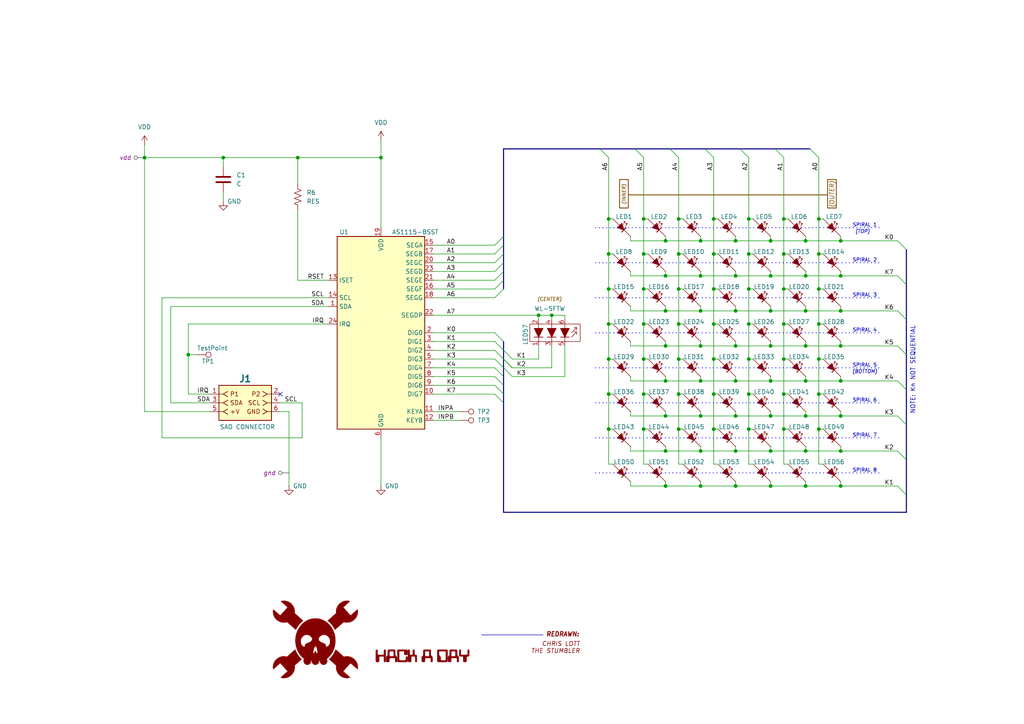
<source format=kicad_sch>
(kicad_sch (version 20231120) (generator "eeschema") (generator_version "8.0")
  (paper "A4")
  (title_block (title "SUPERCON 2024") (date "2024-11-10") (rev "A") (comment 1 "PETAL MATRIX REDRAWN") (comment 2 "SCHEMATIC") (comment 3 "AS-IS") (comment 4 "EN") (comment 5 "5") (comment 6 "6") (comment 7 "7") (comment 8 "8") (comment 9 "9"))
  (lib_symbols
    (symbol ".badge24:GND" (power) (pin_numbers hide) (pin_names (offset 0) hide)
      (property "Value" "GND" (at 0 -3.81 0))
      (symbol "GND_1_1"
        (pin power_in line (at 0 0 270) (length 0) (name "~") (number "1"))
      )
    )
    (symbol ".badge24:HACKADAY_LOGO" (pin_names (offset 1.016)))
    (symbol ".badge24:HACKADAY_TEXT" (pin_names (offset 1.016)))
    (symbol ".sao-petal:IO_JACK_F2x03B_SAO" (pin_names (offset 1.016) hide)
      (property "Reference" "J" (at -5.715 8.255 0))
      (property "Value" "IO_JACK_F2x03B_SAO" (at 10.16 -3.81 0))
      (symbol "IO_JACK_F2x03B_SAO_1_1"
        (text "+V" (at -4.445 0 0) (effects (font (size 1.27 1.27)) (justify left)))
        (text "GND" (at 4.445 0 0) (effects (font (size 1.27 1.27)) (justify right)))
        (text "P1" (at -4.445 5.08 0) (effects (font (size 1.27 1.27)) (justify left)))
        (text "P2" (at 4.445 5.08 0) (effects (font (size 1.27 1.27)) (justify right)))
        (text "SCL" (at 4.445 2.54 0) (effects (font (size 1.27 1.27)) (justify right)))
        (text "SDA" (at -4.445 2.54 0) (effects (font (size 1.27 1.27)) (justify left)))
        (pin passive line (at -10.16 5.08 0) (length 2.54) (name "~") (number "1"))
        (pin passive line (at 10.16 5.08 180) (length 2.54) (name "~") (number "2"))
        (pin passive line (at -10.16 2.54 0) (length 2.54) (name "~") (number "3"))
        (pin passive line (at 10.16 2.54 180) (length 2.54) (name "~") (number "4"))
        (pin passive line (at -10.16 0 0) (length 2.54) (name "~") (number "5"))
        (pin passive line (at 10.16 0 180) (length 2.54) (name "~") (number "6"))
      )
    )
    (symbol ".sao-petal:LED_45deg_SAO" (pin_numbers hide) (pin_names (offset 0) hide)
      (property "Reference" "LED" (at -1.27 2.54 0))
      (symbol "LED_45deg_SAO_1_1"
        (pin passive line (at -2.54 2.54 0) (length 0) (name "A") (number "1"))
        (pin passive line (at 2.54 -2.54 180) (length 0) (name "K") (number "2"))
      )
    )
    (symbol ".sao-petal:LED_6PLCC" (pin_names (offset 1.016) hide)
      (property "Reference" "D" (at -1.905 7.62 0))
      (symbol "LED_6PLCC_1_1"
        (pin passive line (at -3.81 3.81 0) (length 1.27) (name "K") (number "1"))
        (pin passive line (at 3.81 3.81 180) (length 1.27) (name "A") (number "2"))
        (pin passive line (at -3.81 0 0) (length 1.27) (name "K") (number "3"))
        (pin passive line (at 3.81 0 180) (length 1.27) (name "A") (number "4"))
        (pin passive line (at -3.81 -3.81 0) (length 1.27) (name "K") (number "5"))
        (pin passive line (at 3.81 -3.81 180) (length 1.27) (name "A") (number "6"))
      )
    )
    (symbol ".sao-petal:RES" (pin_numbers hide) (pin_names (offset 0))
      (property "Reference" "R" (at 2.54 0 90))
      (property "Value" "RES" (at -2.54 0 90))
      (symbol "RES_1_1"
        (pin passive line (at 0 3.81 270) (length 1.27) (name "~") (number "1"))
        (pin passive line (at 0 -3.81 90) (length 1.27) (name "~") (number "2"))
      )
    )
    (symbol ".sao-petal:TestPoint-SAO" (pin_numbers hide) (pin_names (offset 0.762) hide)
      (property "Reference" "TP" (at 0 6.858 0))
      (property "Value" "TestPoint" (at 0 5.08 0))
      (symbol "TestPoint-SAO_1_1"
        (pin passive line (at 0 0 90) (length 2.54) (name "1") (number "1"))
      )
    )
    (symbol ".sao-petal:VDD" (power) (pin_numbers hide) (pin_names (offset 0) hide)
      (property "Value" "VDD" (at 0 3.556 0))
      (symbol "VDD_1_1"
        (pin power_in line (at 0 0 90) (length 0) (name "~") (number "1"))
      )
    )
    (symbol "Device:C" (pin_numbers hide) (pin_names (offset 0.254))
      (property "Reference" "C" (at 0.635 2.54 0))
      (property "Value" "C" (at 0.635 -2.54 0))
      (symbol "C_1_1"
        (pin passive line (at 0 3.81 270) (length 2.794) (name "~") (number "1"))
        (pin passive line (at 0 -3.81 90) (length 2.794) (name "~") (number "2"))
      )
    )
    (symbol "Interface_Expansion:AS1115-BSST"
      (property "Reference" "U" (at -10.16 29.21 0))
      (property "Value" "AS1115-BSST" (at 2.54 29.21 0))
      (symbol "AS1115-BSST_1_1"
        (pin bidirectional line (at -15.24 7.62 0) (length 2.54) (name "SDA") (number "1"))
        (pin open_collector line (at 15.24 -17.78 180) (length 2.54) (name "DIG7") (number "10"))
        (pin open_collector line (at 15.24 -22.86 180) (length 2.54) (name "KEYA") (number "11"))
        (pin open_collector line (at 15.24 -25.4 180) (length 2.54) (name "KEYB") (number "12"))
        (pin passive line (at -15.24 15.24 0) (length 2.54) (name "ISET") (number "13"))
        (pin input line (at -15.24 10.16 0) (length 2.54) (name "SCL") (number "14"))
        (pin output line (at 15.24 25.4 180) (length 2.54) (name "SEGA") (number "15"))
        (pin output line (at 15.24 12.7 180) (length 2.54) (name "SEGF") (number "16"))
        (pin output line (at 15.24 22.86 180) (length 2.54) (name "SEGB") (number "17"))
        (pin output line (at 15.24 10.16 180) (length 2.54) (name "SEGG") (number "18"))
        (pin power_in line (at 0 30.48 270) (length 2.54) (name "VDD") (number "19"))
        (pin open_collector line (at 15.24 0 180) (length 2.54) (name "DIG0") (number "2"))
        (pin output line (at 15.24 20.32 180) (length 2.54) (name "SEGC") (number "20"))
        (pin output line (at 15.24 15.24 180) (length 2.54) (name "SEGE") (number "21"))
        (pin output line (at 15.24 5.08 180) (length 2.54) (name "SEGDP") (number "22"))
        (pin output line (at 15.24 17.78 180) (length 2.54) (name "SEGD") (number "23"))
        (pin open_collector line (at -15.24 2.54 0) (length 2.54) (name "IRQ") (number "24"))
        (pin open_collector line (at 15.24 -2.54 180) (length 2.54) (name "DIG1") (number "3"))
        (pin open_collector line (at 15.24 -5.08 180) (length 2.54) (name "DIG2") (number "4"))
        (pin open_collector line (at 15.24 -7.62 180) (length 2.54) (name "DIG3") (number "5"))
        (pin power_in line (at 0 -30.48 90) (length 2.54) (name "GND") (number "6"))
        (pin open_collector line (at 15.24 -10.16 180) (length 2.54) (name "DIG4") (number "7"))
        (pin open_collector line (at 15.24 -12.7 180) (length 2.54) (name "DIG5") (number "8"))
        (pin open_collector line (at 15.24 -15.24 180) (length 2.54) (name "DIG6") (number "9"))
      )
    )
  )
  (junction (at 233.68 120.65))
  (junction (at 193.04 100.33))
  (junction (at 41.91 45.72))
  (junction (at 227.33 124.46))
  (junction (at 243.84 130.81))
  (junction (at 227.33 114.3))
  (junction (at 237.49 63.5))
  (junction (at 207.01 63.5))
  (junction (at 196.85 73.66))
  (junction (at 196.85 114.3))
  (junction (at 176.53 83.82))
  (junction (at 243.84 140.97))
  (junction (at 186.69 63.5))
  (junction (at 160.02 91.44))
  (junction (at 243.84 90.17))
  (junction (at 193.04 120.65))
  (junction (at 203.2 110.49))
  (junction (at 243.84 80.01))
  (junction (at 233.68 69.85))
  (junction (at 223.52 69.85))
  (junction (at 196.85 83.82))
  (junction (at 227.33 93.98))
  (junction (at 217.17 114.3))
  (junction (at 217.17 93.98))
  (junction (at 233.68 90.17))
  (junction (at 223.52 120.65))
  (junction (at 213.36 110.49))
  (junction (at 243.84 110.49))
  (junction (at 213.36 80.01))
  (junction (at 207.01 114.3))
  (junction (at 213.36 120.65))
  (junction (at 223.52 80.01))
  (junction (at 213.36 90.17))
  (junction (at 193.04 130.81))
  (junction (at 237.49 114.3))
  (junction (at 217.17 124.46))
  (junction (at 176.53 63.5))
  (junction (at 223.52 130.81))
  (junction (at 223.52 90.17))
  (junction (at 213.36 69.85))
  (junction (at 207.01 93.98))
  (junction (at 186.69 114.3))
  (junction (at 207.01 73.66))
  (junction (at 156.21 91.44))
  (junction (at 237.49 73.66))
  (junction (at 243.84 69.85))
  (junction (at 86.36 45.72))
  (junction (at 217.17 63.5))
  (junction (at 176.53 114.3))
  (junction (at 207.01 104.14))
  (junction (at 196.85 124.46))
  (junction (at 176.53 73.66))
  (junction (at 186.69 93.98))
  (junction (at 233.68 130.81))
  (junction (at 207.01 83.82))
  (junction (at 223.52 110.49))
  (junction (at 217.17 83.82))
  (junction (at 193.04 140.97))
  (junction (at 186.69 104.14))
  (junction (at 227.33 83.82))
  (junction (at 233.68 80.01))
  (junction (at 110.49 45.72))
  (junction (at 237.49 124.46))
  (junction (at 203.2 130.81))
  (junction (at 186.69 73.66))
  (junction (at 54.61 102.87))
  (junction (at 207.01 124.46))
  (junction (at 233.68 100.33))
  (junction (at 237.49 104.14))
  (junction (at 203.2 140.97))
  (junction (at 217.17 73.66))
  (junction (at 213.36 100.33))
  (junction (at 223.52 100.33))
  (junction (at 176.53 104.14))
  (junction (at 176.53 93.98))
  (junction (at 193.04 69.85))
  (junction (at 237.49 93.98))
  (junction (at 243.84 100.33))
  (junction (at 196.85 93.98))
  (junction (at 243.84 120.65))
  (junction (at 227.33 73.66))
  (junction (at 203.2 100.33))
  (junction (at 213.36 130.81))
  (junction (at 193.04 80.01))
  (junction (at 193.04 110.49))
  (junction (at 196.85 63.5))
  (junction (at 203.2 80.01))
  (junction (at 203.2 90.17))
  (junction (at 176.53 124.46))
  (junction (at 186.69 83.82))
  (junction (at 233.68 110.49))
  (junction (at 196.85 104.14))
  (junction (at 203.2 120.65))
  (junction (at 213.36 140.97))
  (junction (at 237.49 83.82))
  (junction (at 233.68 140.97))
  (junction (at 64.77 45.72))
  (junction (at 193.04 90.17))
  (junction (at 186.69 124.46))
  (junction (at 223.52 140.97))
  (junction (at 227.33 63.5))
  (junction (at 217.17 104.14))
  (junction (at 203.2 69.85))
  (junction (at 227.33 104.14))
  (no_connect (at 81.28 114.3))
  (bus_entry (at 260.35 80.01) (size 2.54 2.54))
  (bus_entry (at 148.59 106.68) (size -2.54 -2.54))
  (bus_entry (at 143.51 96.52) (size 2.54 2.54))
  (bus_entry (at 260.35 130.81) (size 2.54 2.54))
  (bus_entry (at 260.35 110.49) (size 2.54 2.54))
  (bus_entry (at 184.15 43.18) (size 2.54 2.54))
  (bus_entry (at 204.47 43.18) (size 2.54 2.54))
  (bus_entry (at 143.51 73.66) (size 2.54 -2.54))
  (bus_entry (at 143.51 109.22) (size 2.54 2.54))
  (bus_entry (at 194.31 43.18) (size 2.54 2.54))
  (bus_entry (at 143.51 76.2) (size 2.54 -2.54))
  (bus_entry (at 143.51 106.68) (size 2.54 2.54))
  (bus_entry (at 148.59 109.22) (size -2.54 -2.54))
  (bus_entry (at 143.51 78.74) (size 2.54 -2.54))
  (bus_entry (at 143.51 111.76) (size 2.54 2.54))
  (bus_entry (at 173.99 43.18) (size 2.54 2.54))
  (bus_entry (at 143.51 86.36) (size 2.54 -2.54))
  (bus_entry (at 143.51 83.82) (size 2.54 -2.54))
  (bus_entry (at 143.51 101.6) (size 2.54 2.54))
  (bus_entry (at 260.35 120.65) (size 2.54 2.54))
  (bus_entry (at 234.95 43.18) (size 2.54 2.54))
  (bus_entry (at 143.51 104.14) (size 2.54 2.54))
  (bus_entry (at 260.35 100.33) (size 2.54 2.54))
  (bus_entry (at 224.79 43.18) (size 2.54 2.54))
  (bus_entry (at 143.51 99.06) (size 2.54 2.54))
  (bus_entry (at 143.51 71.12) (size 2.54 -2.54))
  (bus_entry (at 143.51 81.28) (size 2.54 -2.54))
  (bus_entry (at 260.35 69.85) (size 2.54 2.54))
  (bus_entry (at 148.59 106.68) (size -2.54 -2.54))
  (bus_entry (at 148.59 104.14) (size -2.54 -2.54))
  (bus_entry (at 143.51 114.3) (size 2.54 2.54))
  (bus_entry (at 214.63 43.18) (size 2.54 2.54))
  (bus_entry (at 260.35 90.17) (size 2.54 2.54))
  (bus_entry (at 260.35 140.97) (size 2.54 2.54))
  (wire (pts (xy 237.49 124.46) (xy 237.49 134.62)))
  (wire (pts (xy 125.73 101.6) (xy 143.51 101.6)))
  (wire (pts (xy 186.69 124.46) (xy 186.69 134.62)))
  (wire (pts (xy 182.88 120.65) (xy 193.04 120.65)))
  (wire (pts (xy 237.49 45.72) (xy 237.49 63.5)))
  (wire (pts (xy 163.83 100.33) (xy 163.83 109.22)))
  (wire (pts (xy 176.53 83.82) (xy 176.53 93.98)))
  (wire (pts (xy 176.53 83.82) (xy 177.8 83.82)))
  (wire (pts (xy 182.88 90.17) (xy 182.88 88.9)))
  (wire (pts (xy 207.01 104.14) (xy 208.28 104.14)))
  (polyline (pts (xy 172.72 86.36) (xy 255.27 86.36)) (stroke (width 0.254) (type dot) (color 0 0 255 1)))
  (wire (pts (xy 41.91 119.38) (xy 60.96 119.38)))
  (wire (pts (xy 182.88 80.01) (xy 182.88 78.74)))
  (wire (pts (xy 223.52 110.49) (xy 233.68 110.49)))
  (wire (pts (xy 186.69 124.46) (xy 187.96 124.46)))
  (wire (pts (xy 237.49 93.98) (xy 238.76 93.98)))
  (wire (pts (xy 237.49 63.5) (xy 238.76 63.5)))
  (wire (pts (xy 243.84 110.49) (xy 260.35 110.49)))
  (wire (pts (xy 186.69 93.98) (xy 186.69 104.14)))
  (wire (pts (xy 227.33 104.14) (xy 228.6 104.14)))
  (wire (pts (xy 186.69 134.62) (xy 187.96 134.62)))
  (wire (pts (xy 217.17 63.5) (xy 217.17 73.66)))
  (wire (pts (xy 196.85 45.72) (xy 196.85 63.5)))
  (wire (pts (xy 227.33 93.98) (xy 228.6 93.98)))
  (polyline (pts (xy 172.72 116.84) (xy 255.27 116.84)) (stroke (width 0.254) (type dot) (color 0 0 255 1)))
  (wire (pts (xy 213.36 69.85) (xy 223.52 69.85)))
  (bus (pts (xy 146.05 43.18) (xy 173.99 43.18)))
  (wire (pts (xy 182.88 69.85) (xy 193.04 69.85)))
  (wire (pts (xy 213.36 90.17) (xy 213.36 88.9)))
  (bus (pts (xy 194.31 43.18) (xy 204.47 43.18)))
  (wire (pts (xy 223.52 69.85) (xy 233.68 69.85)))
  (wire (pts (xy 207.01 93.98) (xy 207.01 104.14)))
  (polyline (pts (xy 172.72 127) (xy 255.27 127)) (stroke (width 0.254) (type dot) (color 0 0 255 1)))
  (wire (pts (xy 182.88 130.81) (xy 193.04 130.81)))
  (wire (pts (xy 176.53 63.5) (xy 176.53 73.66)))
  (wire (pts (xy 176.53 45.72) (xy 176.53 63.5)))
  (wire (pts (xy 125.73 81.28) (xy 143.51 81.28)))
  (wire (pts (xy 176.53 73.66) (xy 177.8 73.66)))
  (wire (pts (xy 203.2 120.65) (xy 203.2 119.38)))
  (wire (pts (xy 186.69 104.14) (xy 186.69 114.3)))
  (wire (pts (xy 193.04 130.81) (xy 203.2 130.81)))
  (wire (pts (xy 213.36 80.01) (xy 213.36 78.74)))
  (wire (pts (xy 186.69 63.5) (xy 187.96 63.5)))
  (wire (pts (xy 176.53 63.5) (xy 177.8 63.5)))
  (wire (pts (xy 196.85 134.62) (xy 198.12 134.62)))
  (wire (pts (xy 186.69 83.82) (xy 186.69 93.98)))
  (wire (pts (xy 213.36 100.33) (xy 213.36 99.06)))
  (wire (pts (xy 223.52 110.49) (xy 223.52 109.22)))
  (wire (pts (xy 203.2 100.33) (xy 203.2 99.06)))
  (wire (pts (xy 125.73 106.68) (xy 143.51 106.68)))
  (wire (pts (xy 213.36 110.49) (xy 223.52 110.49)))
  (wire (pts (xy 227.33 45.72) (xy 227.33 63.5)))
  (wire (pts (xy 193.04 120.65) (xy 193.04 119.38)))
  (wire (pts (xy 227.33 93.98) (xy 227.33 104.14)))
  (wire (pts (xy 243.84 80.01) (xy 260.35 80.01)))
  (wire (pts (xy 237.49 63.5) (xy 237.49 73.66)))
  (wire (pts (xy 243.84 130.81) (xy 260.35 130.81)))
  (wire (pts (xy 207.01 83.82) (xy 208.28 83.82)))
  (wire (pts (xy 217.17 45.72) (xy 217.17 63.5)))
  (wire (pts (xy 176.53 104.14) (xy 177.8 104.14)))
  (bus (pts (xy 262.89 123.19) (xy 262.89 133.35)))
  (wire (pts (xy 223.52 80.01) (xy 223.52 78.74)))
  (wire (pts (xy 125.73 73.66) (xy 143.51 73.66)))
  (wire (pts (xy 213.36 140.97) (xy 223.52 140.97)))
  (wire (pts (xy 193.04 120.65) (xy 203.2 120.65)))
  (bus (pts (xy 262.89 72.39) (xy 262.89 82.55)))
  (wire (pts (xy 207.01 124.46) (xy 207.01 134.62)))
  (wire (pts (xy 217.17 83.82) (xy 218.44 83.82)))
  (wire (pts (xy 203.2 140.97) (xy 213.36 140.97)))
  (wire (pts (xy 223.52 130.81) (xy 223.52 129.54)))
  (wire (pts (xy 176.53 134.62) (xy 177.8 134.62)))
  (wire (pts (xy 227.33 104.14) (xy 227.33 114.3)))
  (wire (pts (xy 176.53 73.66) (xy 176.53 83.82)))
  (wire (pts (xy 203.2 80.01) (xy 213.36 80.01)))
  (wire (pts (xy 233.68 100.33) (xy 243.84 100.33)))
  (bus (pts (xy 146.05 111.76) (xy 146.05 114.3)))
  (wire (pts (xy 186.69 73.66) (xy 187.96 73.66)))
  (wire (pts (xy 125.73 111.76) (xy 143.51 111.76)))
  (wire (pts (xy 46.99 86.36) (xy 46.99 127)))
  (wire (pts (xy 196.85 73.66) (xy 198.12 73.66)))
  (wire (pts (xy 176.53 114.3) (xy 177.8 114.3)))
  (wire (pts (xy 196.85 83.82) (xy 196.85 93.98)))
  (wire (pts (xy 207.01 73.66) (xy 207.01 83.82)))
  (wire (pts (xy 237.49 134.62) (xy 238.76 134.62)))
  (wire (pts (xy 160.02 91.44) (xy 160.02 92.71)))
  (wire (pts (xy 176.53 104.14) (xy 176.53 114.3)))
  (wire (pts (xy 233.68 80.01) (xy 243.84 80.01)))
  (wire (pts (xy 182.88 110.49) (xy 182.88 109.22)))
  (polyline (pts (xy 139.7 184.15) (xy 157.48 184.15)))
  (wire (pts (xy 125.73 86.36) (xy 143.51 86.36)))
  (wire (pts (xy 243.84 120.65) (xy 243.84 119.38)))
  (wire (pts (xy 49.53 88.9) (xy 95.25 88.9)))
  (wire (pts (xy 207.01 73.66) (xy 208.28 73.66)))
  (wire (pts (xy 160.02 91.44) (xy 156.21 91.44)))
  (wire (pts (xy 186.69 83.82) (xy 187.96 83.82)))
  (wire (pts (xy 186.69 73.66) (xy 186.69 83.82)))
  (wire (pts (xy 46.99 127) (xy 87.63 127)))
  (wire (pts (xy 64.77 55.88) (xy 64.77 58.42)))
  (wire (pts (xy 233.68 110.49) (xy 243.84 110.49)))
  (wire (pts (xy 182.88 140.97) (xy 182.88 139.7)))
  (wire (pts (xy 227.33 83.82) (xy 228.6 83.82)))
  (wire (pts (xy 49.53 88.9) (xy 49.53 116.84)))
  (wire (pts (xy 125.73 104.14) (xy 143.51 104.14)))
  (wire (pts (xy 196.85 104.14) (xy 196.85 114.3)))
  (wire (pts (xy 176.53 124.46) (xy 177.8 124.46)))
  (wire (pts (xy 81.28 119.38) (xy 83.82 119.38)))
  (wire (pts (xy 213.36 130.81) (xy 213.36 129.54)))
  (wire (pts (xy 176.53 124.46) (xy 176.53 134.62)))
  (wire (pts (xy 217.17 93.98) (xy 218.44 93.98)))
  (bus (pts (xy 146.05 76.2) (xy 146.05 78.74)))
  (wire (pts (xy 196.85 124.46) (xy 196.85 134.62)))
  (wire (pts (xy 203.2 130.81) (xy 203.2 129.54)))
  (wire (pts (xy 110.49 40.64) (xy 110.49 45.72)))
  (wire (pts (xy 233.68 130.81) (xy 233.68 129.54)))
  (wire (pts (xy 95.25 81.28) (xy 86.36 81.28)))
  (bus (pts (xy 146.05 111.76) (xy 146.05 109.22)))
  (wire (pts (xy 213.36 90.17) (xy 223.52 90.17)))
  (wire (pts (xy 237.49 104.14) (xy 237.49 114.3)))
  (wire (pts (xy 186.69 93.98) (xy 187.96 93.98)))
  (wire (pts (xy 193.04 110.49) (xy 203.2 110.49)))
  (wire (pts (xy 227.33 124.46) (xy 228.6 124.46)))
  (wire (pts (xy 233.68 80.01) (xy 233.68 78.74)))
  (bus (pts (xy 146.05 78.74) (xy 146.05 81.28)))
  (wire (pts (xy 227.33 63.5) (xy 227.33 73.66)))
  (wire (pts (xy 193.04 90.17) (xy 203.2 90.17)))
  (wire (pts (xy 203.2 130.81) (xy 213.36 130.81)))
  (wire (pts (xy 223.52 80.01) (xy 233.68 80.01)))
  (wire (pts (xy 125.73 99.06) (xy 143.51 99.06)))
  (bus (pts (xy 146.05 148.59) (xy 262.89 148.59)))
  (bus (pts (xy 173.99 43.18) (xy 184.15 43.18)))
  (wire (pts (xy 193.04 140.97) (xy 203.2 140.97)))
  (wire (pts (xy 125.73 96.52) (xy 143.51 96.52)))
  (polyline (pts (xy 172.72 96.52) (xy 255.27 96.52)) (stroke (width 0.254) (type dot) (color 0 0 255 1)))
  (wire (pts (xy 237.49 93.98) (xy 237.49 104.14)))
  (bus (pts (xy 262.89 113.03) (xy 262.89 123.19)))
  (wire (pts (xy 217.17 63.5) (xy 218.44 63.5)))
  (wire (pts (xy 207.01 63.5) (xy 207.01 73.66)))
  (bus (pts (xy 262.89 143.51) (xy 262.89 148.59)))
  (wire (pts (xy 213.36 120.65) (xy 223.52 120.65)))
  (wire (pts (xy 227.33 134.62) (xy 228.6 134.62)))
  (wire (pts (xy 125.73 109.22) (xy 143.51 109.22)))
  (polyline (pts (xy 246.38 66.04) (xy 255.27 66.04)) (stroke (width 0.254) (type dot) (color 0 0 255 1)))
  (wire (pts (xy 203.2 140.97) (xy 203.2 139.7)))
  (wire (pts (xy 223.52 130.81) (xy 233.68 130.81)))
  (wire (pts (xy 233.68 140.97) (xy 243.84 140.97)))
  (wire (pts (xy 233.68 90.17) (xy 243.84 90.17)))
  (bus (pts (xy 204.47 43.18) (xy 214.63 43.18)))
  (wire (pts (xy 186.69 45.72) (xy 186.69 63.5)))
  (wire (pts (xy 203.2 110.49) (xy 203.2 109.22)))
  (wire (pts (xy 223.52 120.65) (xy 233.68 120.65)))
  (bus (pts (xy 146.05 68.58) (xy 146.05 71.12)))
  (wire (pts (xy 125.73 71.12) (xy 143.51 71.12)))
  (wire (pts (xy 46.99 86.36) (xy 95.25 86.36)))
  (bus (pts (xy 214.63 43.18) (xy 224.79 43.18)))
  (wire (pts (xy 203.2 110.49) (xy 213.36 110.49)))
  (wire (pts (xy 160.02 91.44) (xy 163.83 91.44)))
  (wire (pts (xy 193.04 100.33) (xy 193.04 99.06)))
  (wire (pts (xy 243.84 130.81) (xy 243.84 129.54)))
  (wire (pts (xy 213.36 140.97) (xy 213.36 139.7)))
  (wire (pts (xy 64.77 45.72) (xy 86.36 45.72)))
  (bus (pts (xy 146.05 43.18) (xy 146.05 68.58)))
  (wire (pts (xy 86.36 60.96) (xy 86.36 81.28)))
  (wire (pts (xy 223.52 90.17) (xy 233.68 90.17)))
  (wire (pts (xy 54.61 102.87) (xy 54.61 93.98)))
  (wire (pts (xy 203.2 90.17) (xy 203.2 88.9)))
  (wire (pts (xy 193.04 110.49) (xy 193.04 109.22)))
  (wire (pts (xy 217.17 73.66) (xy 217.17 83.82)))
  (wire (pts (xy 196.85 114.3) (xy 198.12 114.3)))
  (wire (pts (xy 182.88 100.33) (xy 193.04 100.33)))
  (wire (pts (xy 203.2 80.01) (xy 203.2 78.74)))
  (wire (pts (xy 176.53 114.3) (xy 176.53 124.46)))
  (wire (pts (xy 243.84 110.49) (xy 243.84 109.22)))
  (wire (pts (xy 217.17 93.98) (xy 217.17 104.14)))
  (wire (pts (xy 54.61 93.98) (xy 95.25 93.98)))
  (wire (pts (xy 233.68 69.85) (xy 233.68 68.58)))
  (wire (pts (xy 182.88 100.33) (xy 182.88 99.06)))
  (bus (pts (xy 146.05 106.68) (xy 146.05 104.14)))
  (wire (pts (xy 182.88 140.97) (xy 193.04 140.97)))
  (bus (pts (xy 224.79 43.18) (xy 234.95 43.18)))
  (wire (pts (xy 125.73 114.3) (xy 143.51 114.3)))
  (wire (pts (xy 227.33 73.66) (xy 228.6 73.66)))
  (wire (pts (xy 213.36 69.85) (xy 213.36 68.58)))
  (wire (pts (xy 54.61 114.3) (xy 54.61 102.87)))
  (wire (pts (xy 213.36 80.01) (xy 223.52 80.01)))
  (wire (pts (xy 203.2 69.85) (xy 213.36 69.85)))
  (wire (pts (xy 207.01 124.46) (xy 208.28 124.46)))
  (wire (pts (xy 227.33 114.3) (xy 227.33 124.46)))
  (wire (pts (xy 237.49 83.82) (xy 237.49 93.98)))
  (wire (pts (xy 213.36 120.65) (xy 213.36 119.38)))
  (polyline (pts (xy 172.72 106.68) (xy 255.27 106.68)) (stroke (width 0.254) (type dot) (color 0 0 255 1)))
  (wire (pts (xy 223.52 100.33) (xy 223.52 99.06)))
  (wire (pts (xy 243.84 69.85) (xy 260.35 69.85)))
  (wire (pts (xy 176.53 93.98) (xy 177.8 93.98)))
  (wire (pts (xy 233.68 69.85) (xy 243.84 69.85)))
  (wire (pts (xy 223.52 90.17) (xy 223.52 88.9)))
  (wire (pts (xy 125.73 76.2) (xy 143.51 76.2)))
  (wire (pts (xy 223.52 69.85) (xy 223.52 68.58)))
  (wire (pts (xy 193.04 69.85) (xy 193.04 68.58)))
  (wire (pts (xy 237.49 73.66) (xy 238.76 73.66)))
  (wire (pts (xy 217.17 83.82) (xy 217.17 93.98)))
  (wire (pts (xy 196.85 63.5) (xy 198.12 63.5)))
  (wire (pts (xy 217.17 104.14) (xy 218.44 104.14)))
  (wire (pts (xy 233.68 140.97) (xy 233.68 139.7)))
  (wire (pts (xy 186.69 63.5) (xy 186.69 73.66)))
  (wire (pts (xy 227.33 73.66) (xy 227.33 83.82)))
  (polyline (pts (xy 172.72 137.16) (xy 255.27 137.16)) (stroke (width 0.254) (type dot) (color 0 0 255 1)))
  (wire (pts (xy 207.01 134.62) (xy 208.28 134.62)))
  (wire (pts (xy 203.2 90.17) (xy 213.36 90.17)))
  (wire (pts (xy 110.49 127) (xy 110.49 140.97)))
  (wire (pts (xy 176.53 93.98) (xy 176.53 104.14)))
  (wire (pts (xy 217.17 114.3) (xy 218.44 114.3)))
  (wire (pts (xy 217.17 124.46) (xy 217.17 134.62)))
  (wire (pts (xy 148.59 109.22) (xy 163.83 109.22)))
  (wire (pts (xy 207.01 114.3) (xy 208.28 114.3)))
  (wire (pts (xy 193.04 140.97) (xy 193.04 139.7)))
  (bus (pts (xy 146.05 114.3) (xy 146.05 116.84)))
  (wire (pts (xy 148.59 104.14) (xy 156.21 104.14)))
  (wire (pts (xy 49.53 116.84) (xy 60.96 116.84)))
  (wire (pts (xy 203.2 120.65) (xy 213.36 120.65)))
  (wire (pts (xy 217.17 124.46) (xy 218.44 124.46)))
  (wire (pts (xy 193.04 80.01) (xy 193.04 78.74)))
  (wire (pts (xy 203.2 69.85) (xy 203.2 68.58)))
  (wire (pts (xy 227.33 124.46) (xy 227.33 134.62)))
  (wire (pts (xy 87.63 116.84) (xy 81.28 116.84)))
  (wire (pts (xy 233.68 110.49) (xy 233.68 109.22)))
  (wire (pts (xy 83.82 119.38) (xy 83.82 140.97)))
  (wire (pts (xy 213.36 100.33) (xy 223.52 100.33)))
  (wire (pts (xy 41.91 45.72) (xy 64.77 45.72)))
  (wire (pts (xy 233.68 130.81) (xy 243.84 130.81)))
  (wire (pts (xy 156.21 91.44) (xy 156.21 92.71)))
  (wire (pts (xy 148.59 106.68) (xy 160.02 106.68)))
  (wire (pts (xy 233.68 120.65) (xy 243.84 120.65)))
  (wire (pts (xy 233.68 90.17) (xy 233.68 88.9)))
  (wire (pts (xy 186.69 114.3) (xy 187.96 114.3)))
  (wire (pts (xy 217.17 73.66) (xy 218.44 73.66)))
  (wire (pts (xy 193.04 90.17) (xy 193.04 88.9)))
  (polyline (pts (xy 172.72 66.04) (xy 246.38 66.04)) (stroke (width 0.254) (type dot) (color 0 0 255 1)))
  (wire (pts (xy 193.04 80.01) (xy 203.2 80.01)))
  (bus (pts (xy 146.05 116.84) (xy 146.05 148.59)))
  (wire (pts (xy 125.73 78.74) (xy 143.51 78.74)))
  (wire (pts (xy 237.49 83.82) (xy 238.76 83.82)))
  (wire (pts (xy 217.17 114.3) (xy 217.17 124.46)))
  (wire (pts (xy 243.84 80.01) (xy 243.84 78.74)))
  (bus (pts (xy 146.05 81.28) (xy 146.05 83.82)))
  (bus (pts (xy 146.05 73.66) (xy 146.05 76.2)))
  (wire (pts (xy 193.04 69.85) (xy 203.2 69.85)))
  (wire (pts (xy 203.2 100.33) (xy 213.36 100.33)))
  (wire (pts (xy 243.84 120.65) (xy 260.35 120.65)))
  (wire (pts (xy 182.88 69.85) (xy 182.88 68.58)))
  (wire (pts (xy 227.33 63.5) (xy 228.6 63.5)))
  (bus (pts (xy 262.89 92.71) (xy 262.89 102.87)))
  (wire (pts (xy 125.73 121.92) (xy 133.35 121.92)))
  (wire (pts (xy 233.68 100.33) (xy 233.68 99.06)))
  (wire (pts (xy 60.96 114.3) (xy 54.61 114.3)))
  (wire (pts (xy 223.52 140.97) (xy 233.68 140.97)))
  (wire (pts (xy 207.01 114.3) (xy 207.01 124.46)))
  (wire (pts (xy 125.73 83.82) (xy 143.51 83.82)))
  (wire (pts (xy 196.85 114.3) (xy 196.85 124.46)))
  (wire (pts (xy 196.85 83.82) (xy 198.12 83.82)))
  (bus (pts (xy 146.05 71.12) (xy 146.05 73.66)))
  (wire (pts (xy 110.49 45.72) (xy 110.49 66.04)))
  (wire (pts (xy 213.36 130.81) (xy 223.52 130.81)))
  (wire (pts (xy 182.88 120.65) (xy 182.88 119.38)))
  (wire (pts (xy 186.69 114.3) (xy 186.69 124.46)))
  (wire (pts (xy 196.85 93.98) (xy 196.85 104.14)))
  (wire (pts (xy 217.17 134.62) (xy 218.44 134.62)))
  (wire (pts (xy 243.84 90.17) (xy 243.84 88.9)))
  (wire (pts (xy 243.84 100.33) (xy 243.84 99.06)))
  (wire (pts (xy 163.83 91.44) (xy 163.83 92.71)))
  (wire (pts (xy 193.04 130.81) (xy 193.04 129.54)))
  (bus (pts (xy 262.89 82.55) (xy 262.89 92.71)))
  (polyline (pts (xy 182.245 56.515) (xy 240.03 56.515)) (stroke (width 0.254) (type solid) (color 128 77 0 0.5)))
  (wire (pts (xy 213.36 110.49) (xy 213.36 109.22)))
  (wire (pts (xy 182.88 80.01) (xy 193.04 80.01)))
  (bus (pts (xy 262.89 102.87) (xy 262.89 113.03)))
  (wire (pts (xy 237.49 73.66) (xy 237.49 83.82)))
  (wire (pts (xy 233.68 120.65) (xy 233.68 119.38)))
  (wire (pts (xy 243.84 140.97) (xy 260.35 140.97)))
  (wire (pts (xy 64.77 48.26) (xy 64.77 45.72)))
  (wire (pts (xy 182.88 130.81) (xy 182.88 129.54)))
  (wire (pts (xy 207.01 93.98) (xy 208.28 93.98)))
  (wire (pts (xy 237.49 104.14) (xy 238.76 104.14)))
  (wire (pts (xy 237.49 124.46) (xy 238.76 124.46)))
  (wire (pts (xy 196.85 124.46) (xy 198.12 124.46)))
  (wire (pts (xy 207.01 45.72) (xy 207.01 63.5)))
  (wire (pts (xy 182.88 90.17) (xy 193.04 90.17)))
  (wire (pts (xy 160.02 100.33) (xy 160.02 106.68)))
  (bus (pts (xy 184.15 43.18) (xy 194.31 43.18)))
  (wire (pts (xy 207.01 104.14) (xy 207.01 114.3)))
  (bus (pts (xy 146.05 101.6) (xy 146.05 99.06)))
  (wire (pts (xy 87.63 127) (xy 87.63 116.84)))
  (wire (pts (xy 86.36 45.72) (xy 110.49 45.72)))
  (wire (pts (xy 182.88 110.49) (xy 193.04 110.49)))
  (wire (pts (xy 156.21 100.33) (xy 156.21 104.14)))
  (polyline (pts (xy 172.72 76.2) (xy 255.27 76.2)) (stroke (width 0.254) (type dot) (color 0 0 255 1)))
  (wire (pts (xy 243.84 69.85) (xy 243.84 68.58)))
  (wire (pts (xy 243.84 140.97) (xy 243.84 139.7)))
  (wire (pts (xy 217.17 104.14) (xy 217.17 114.3)))
  (wire (pts (xy 196.85 73.66) (xy 196.85 83.82)))
  (wire (pts (xy 223.52 120.65) (xy 223.52 119.38)))
  (bus (pts (xy 262.89 133.35) (xy 262.89 143.51)))
  (wire (pts (xy 125.73 119.38) (xy 133.35 119.38)))
  (wire (pts (xy 193.04 100.33) (xy 203.2 100.33)))
  (wire (pts (xy 227.33 114.3) (xy 228.6 114.3)))
  (wire (pts (xy 196.85 93.98) (xy 198.12 93.98)))
  (wire (pts (xy 223.52 100.33) (xy 233.68 100.33)))
  (wire (pts (xy 243.84 100.33) (xy 260.35 100.33)))
  (wire (pts (xy 186.69 104.14) (xy 187.96 104.14)))
  (wire (pts (xy 243.84 90.17) (xy 260.35 90.17)))
  (wire (pts (xy 207.01 83.82) (xy 207.01 93.98)))
  (wire (pts (xy 196.85 63.5) (xy 196.85 73.66)))
  (wire (pts (xy 227.33 83.82) (xy 227.33 93.98)))
  (wire (pts (xy 223.52 140.97) (xy 223.52 139.7)))
  (wire (pts (xy 237.49 114.3) (xy 238.76 114.3)))
  (bus (pts (xy 146.05 104.14) (xy 146.05 101.6)))
  (wire (pts (xy 196.85 104.14) (xy 198.12 104.14)))
  (wire (pts (xy 41.91 45.72) (xy 41.91 119.38)))
  (wire (pts (xy 125.73 91.44) (xy 156.21 91.44)))
  (wire (pts (xy 41.91 41.91) (xy 41.91 45.72)))
  (bus (pts (xy 146.05 109.22) (xy 146.05 106.68)))
  (wire (pts (xy 86.36 45.72) (xy 86.36 53.34)))
  (wire (pts (xy 54.61 102.87) (xy 57.15 102.87)))
  (wire (pts (xy 237.49 114.3) (xy 237.49 124.46)))
  (wire (pts (xy 207.01 63.5) (xy 208.28 63.5)))
  (rectangle (start 240.03 52.07) (end 242.57 60.325) (stroke (width 0.254) (color 128 77 0 0.51)))
  (rectangle (start 179.705 52.07) (end 182.245 60.325) (stroke (width 0.254) (color 128 77 0 0.51)))
  (text "NOTE: Kn NOT SEQUENTIAL" (at 264.795 107.315 90) (effects (font (size 1.27 1.27))))
  (text "REDRAWN:" (at 163.195 184.15 0) (effects (font (size 1.27 1.27) (thickness 0.254) (bold yes) (italic yes))))
  (text "SPIRAL 6" (at 250.825 116.205 0) (effects (font (size 1.016 1.016))))
  (text "SPIRAL 3" (at 250.825 85.725 0) (effects (font (size 1.016 1.016))))
  (text "(BOTTOM)" (at 250.825 107.95 0) (effects (font (size 1.016 1.016) (italic yes))))
  (text "SPIRAL 5" (at 250.825 106.045 0) (effects (font (size 1.016 1.016))))
  (text "SPIRAL 7" (at 250.825 126.365 0) (effects (font (size 1.016 1.016))))
  (text "(INNER)" (at 180.975 56.515 90) (effects (font (size 1.016 1.016) (italic yes))))
  (text "(TOP)" (at 250.19 67.31 0) (effects (font (size 1.016 1.016) (italic yes))))
  (text "SPIRAL 1" (at 250.825 65.405 0) (effects (font (size 1.016 1.016))))
  (text "(CENTER)" (at 159.385 86.995 0) (effects (font (size 1.016 1.016) (italic yes))))
  (text "(OUTER)" (at 241.3 56.515 90) (effects (font (size 1.27 1.27) (italic yes))))
  (text "CHRIS LOTT\nTHE STUMBLER" (at 168.275 187.96 0) (effects (font (size 1.27 1.27) (italic yes)) (justify right)))
  (text "SPIRAL 8" (at 250.825 136.525 0) (effects (font (size 1.016 1.016))))
  (text "SPIRAL 2" (at 250.825 75.565 0) (effects (font (size 1.016 1.016))))
  (text "SPIRAL 4" (at 250.825 95.885 0) (effects (font (size 1.016 1.016))))
  (label "K5" (at 256.54 100.33 0))
  (label "K7" (at 129.54 114.3 0))
  (label "A3" (at 129.54 78.74 0))
  (label "K4" (at 256.54 110.49 0))
  (label "A5" (at 129.54 83.82 0))
  (label "K2" (at 256.54 130.81 0))
  (label "INPA" (at 127 119.38 0))
  (label "INPB" (at 127 121.92 0))
  (label "A3" (at 207.01 49.53 90))
  (label "A0" (at 129.54 71.12 0))
  (label "K2" (at 149.86 106.68 0))
  (label "K1" (at 256.54 140.97 0))
  (label "SDA" (at 93.98 88.9 180))
  (label "A2" (at 129.54 76.2 0))
  (label "SCL" (at 82.55 116.84 0))
  (label "K2" (at 129.54 101.6 0))
  (label "K1" (at 149.86 104.14 0))
  (label "A2" (at 217.17 49.53 90))
  (label "A4" (at 196.85 49.53 90))
  (label "IRQ" (at 93.98 93.98 180))
  (label "A7" (at 129.54 91.44 0))
  (label "K6" (at 129.54 111.76 0))
  (label "K3" (at 129.54 104.14 0))
  (label "A5" (at 186.69 49.53 90))
  (label "A1" (at 129.54 73.66 0))
  (label "IRQ" (at 57.15 114.3 0))
  (label "SDA" (at 57.15 116.84 0))
  (label "K3" (at 256.54 120.65 0))
  (label "A6" (at 129.54 86.36 0))
  (label "K5" (at 129.54 109.22 0))
  (label "A6" (at 176.53 49.53 90))
  (label "K4" (at 129.54 106.68 0))
  (label "K3" (at 149.86 109.22 0))
  (label "RSET" (at 93.98 81.28 180))
  (label "SCL" (at 93.98 86.36 180))
  (label "K1" (at 129.54 99.06 0))
  (label "A4" (at 129.54 81.28 0))
  (label "K0" (at 256.54 69.85 0))
  (label "K0" (at 129.54 96.52 0))
  (label "A0" (at 237.49 49.53 90))
  (label "A1" (at 227.33 49.53 90))
  (label "K6" (at 256.54 90.17 0))
  (label "K7" (at 256.54 80.01 0))
  (netclass_flag "" (length 2.54) (shape round) (at 83.82 137.16 90) (property "Netclass" "gnd" (at 80.01 137.16 0) (effects (font (italic yes)) (justify right))))
  (netclass_flag "" (length 2.54) (shape round) (at 41.91 45.72 90) (property "Netclass" "vdd" (at 38.1 45.72 0) (effects (font (italic yes)) (justify right))))
  (symbol (lib_id ".sao-petal:IO_JACK_F2x03B_SAO") (at 71.12 119.38 0) (unit 1)
    (property "Reference" "J1" (at 71.12 109.855 0) (effects (font (size 1.905 1.905) (thickness 0.381) (bold yes))))
    (property "Value" "SAO CONNECTOR" (at 71.755 123.825 0))
    (property "Footprint" ".sao-petal:SAO_PIN_HEADER_2x03" (effects (hide yes)))
  )
  (symbol (lib_id ".sao-petal:TestPoint-SAO") (at 133.35 119.38 270) (unit 1)
    (property "Reference" "TP2" (at 140.335 119.38 90))
    (property "Value" "TestPoint" (effects (hide yes)))
    (property "Footprint" ".sao-petal:TestPoint_Plated_Hole-SAO" (effects (hide yes)))
    (property "Description" "test point" (effects (hide yes)))
  )
  (symbol (lib_id ".sao-petal:LED_45deg_SAO") (at 180.34 106.68 0) (unit 1)
    (property "Reference" "LED29" (at 180.975 103.505 0))
    (property "Value" "LED45" (effects (hide yes)))
    (property "Footprint" ".sao-petal:LED_0603_1608Metric-SAO" (effects (hide yes)))
    (property "Description" "Light emitting diode, rotated by 45°" (effects (hide yes)))
  )
  (symbol (lib_id ".badge24:GND") (at 83.82 140.97 0) (unit 1)
    (property "Reference" "#PWR01" (effects (hide yes)))
    (property "Value" "GND" (at 86.995 140.97 0))
    (property "Description" "Power symbol creates a global label with name \"GND\" , ground" (effects (hide yes)))
  )
  (symbol (lib_id ".sao-petal:LED_45deg_SAO") (at 241.3 86.36 0) (unit 1)
    (property "Reference" "LED21" (at 241.935 83.185 0))
    (property "Value" "LED45" (effects (hide yes)))
    (property "Footprint" ".sao-petal:LED_0603_1608Metric-SAO" (effects (hide yes)))
    (property "Description" "Light emitting diode, rotated by 45°" (effects (hide yes)))
  )
  (symbol (lib_id ".sao-petal:LED_45deg_SAO") (at 220.98 76.2 0) (unit 1)
    (property "Reference" "LED12" (at 221.615 73.025 0))
    (property "Value" "LED45" (effects (hide yes)))
    (property "Footprint" ".sao-petal:LED_0603_1608Metric-SAO" (effects (hide yes)))
    (property "Description" "Light emitting diode, rotated by 45°" (effects (hide yes)))
  )
  (symbol (lib_id ".sao-petal:LED_45deg_SAO") (at 220.98 96.52 0) (unit 1)
    (property "Reference" "LED26" (at 221.615 93.345 0))
    (property "Value" "LED45" (effects (hide yes)))
    (property "Footprint" ".sao-petal:LED_0603_1608Metric-SAO" (effects (hide yes)))
    (property "Description" "Light emitting diode, rotated by 45°" (effects (hide yes)))
  )
  (symbol (lib_id ".sao-petal:LED_45deg_SAO") (at 200.66 106.68 0) (unit 1)
    (property "Reference" "LED31" (at 201.295 103.505 0))
    (property "Value" "LED45" (effects (hide yes)))
    (property "Footprint" ".sao-petal:LED_0603_1608Metric-SAO" (effects (hide yes)))
    (property "Description" "Light emitting diode, rotated by 45°" (effects (hide yes)))
  )
  (symbol (lib_id ".sao-petal:LED_45deg_SAO") (at 220.98 86.36 0) (unit 1)
    (property "Reference" "LED19" (at 221.615 83.185 0))
    (property "Value" "LED45" (effects (hide yes)))
    (property "Footprint" ".sao-petal:LED_0603_1608Metric-SAO" (effects (hide yes)))
    (property "Description" "Light emitting diode, rotated by 45°" (effects (hide yes)))
  )
  (symbol (lib_id ".sao-petal:LED_45deg_SAO") (at 210.82 137.16 0) (unit 1)
    (property "Reference" "LED53" (at 211.455 133.985 0))
    (property "Value" "LED45" (effects (hide yes)))
    (property "Footprint" ".sao-petal:LED_0603_1608Metric-SAO" (effects (hide yes)))
    (property "Description" "Light emitting diode, rotated by 45°" (effects (hide yes)))
  )
  (symbol (lib_id ".sao-petal:LED_45deg_SAO") (at 200.66 96.52 0) (unit 1)
    (property "Reference" "LED24" (at 201.295 93.345 0))
    (property "Value" "LED45" (effects (hide yes)))
    (property "Footprint" ".sao-petal:LED_0603_1608Metric-SAO" (effects (hide yes)))
    (property "Description" "Light emitting diode, rotated by 45°" (effects (hide yes)))
  )
  (symbol (lib_id ".sao-petal:LED_45deg_SAO") (at 231.14 66.04 0) (unit 1)
    (property "Reference" "LED6" (at 231.775 62.865 0))
    (property "Value" "LED45" (effects (hide yes)))
    (property "Footprint" ".sao-petal:LED_0603_1608Metric-SAO" (effects (hide yes)))
    (property "Description" "Light emitting diode, rotated by 45°" (effects (hide yes)))
  )
  (symbol (lib_id ".sao-petal:LED_45deg_SAO") (at 180.34 76.2 0) (unit 1)
    (property "Reference" "LED8" (at 180.975 73.025 0))
    (property "Value" "LED45" (effects (hide yes)))
    (property "Footprint" ".sao-petal:LED_0603_1608Metric-SAO" (effects (hide yes)))
    (property "Description" "Light emitting diode, rotated by 45°" (effects (hide yes)))
  )
  (symbol (lib_id ".sao-petal:LED_45deg_SAO") (at 200.66 86.36 0) (unit 1)
    (property "Reference" "LED17" (at 201.295 83.185 0))
    (property "Value" "LED45" (effects (hide yes)))
    (property "Footprint" ".sao-petal:LED_0603_1608Metric-SAO" (effects (hide yes)))
    (property "Description" "Light emitting diode, rotated by 45°" (effects (hide yes)))
  )
  (symbol (lib_id ".sao-petal:LED_45deg_SAO") (at 241.3 96.52 0) (unit 1)
    (property "Reference" "LED28" (at 241.935 93.345 0))
    (property "Value" "LED45" (effects (hide yes)))
    (property "Footprint" ".sao-petal:LED_0603_1608Metric-SAO" (effects (hide yes)))
    (property "Description" "Light emitting diode, rotated by 45°" (effects (hide yes)))
  )
  (symbol (lib_id "Device:C") (at 64.77 52.07 0) (unit 1)
    (property "Reference" "C1" (at 68.58 50.7999 0) (effects (justify left)))
    (property "Value" "C" (at 68.58 53.3399 0) (effects (justify left)))
    (property "Footprint" ".sao-petal:R_0603_1608Metric_SAO" (effects (hide yes)))
    (property "Description" "Unpolarized capacitor" (effects (hide yes)))
  )
  (symbol (lib_id ".sao-petal:LED_45deg_SAO") (at 220.98 127 0) (unit 1)
    (property "Reference" "LED47" (at 221.615 123.825 0))
    (property "Value" "LED45" (effects (hide yes)))
    (property "Footprint" ".sao-petal:LED_0603_1608Metric-SAO" (effects (hide yes)))
    (property "Description" "Light emitting diode, rotated by 45°" (effects (hide yes)))
  )
  (symbol (lib_id ".sao-petal:LED_45deg_SAO") (at 200.66 137.16 0) (unit 1)
    (property "Reference" "LED52" (at 201.295 133.985 0))
    (property "Value" "LED45" (effects (hide yes)))
    (property "Footprint" ".sao-petal:LED_0603_1608Metric-SAO" (effects (hide yes)))
    (property "Description" "Light emitting diode, rotated by 45°" (effects (hide yes)))
  )
  (symbol (lib_id ".sao-petal:LED_45deg_SAO") (at 190.5 116.84 0) (unit 1)
    (property "Reference" "LED37" (at 191.135 113.665 0))
    (property "Value" "LED45" (effects (hide yes)))
    (property "Footprint" ".sao-petal:LED_0603_1608Metric-SAO" (effects (hide yes)))
    (property "Description" "Light emitting diode, rotated by 45°" (effects (hide yes)))
  )
  (symbol (lib_id ".sao-petal:LED_45deg_SAO") (at 241.3 137.16 0) (unit 1)
    (property "Reference" "LED56" (at 241.935 133.985 0))
    (property "Value" "LED45" (effects (hide yes)))
    (property "Footprint" ".sao-petal:LED_0603_1608Metric-SAO" (effects (hide yes)))
    (property "Description" "Light emitting diode, rotated by 45°" (effects (hide yes)))
  )
  (symbol (lib_id ".sao-petal:LED_45deg_SAO") (at 180.34 66.04 0) (unit 1)
    (property "Reference" "LED1" (at 180.975 62.865 0))
    (property "Value" "LED45" (effects (hide yes)))
    (property "Footprint" ".sao-petal:LED_0603_1608Metric-SAO" (effects (hide yes)))
    (property "Description" "Light emitting diode, rotated by 45°" (effects (hide yes)))
  )
  (symbol (lib_id ".sao-petal:LED_45deg_SAO") (at 210.82 127 0) (unit 1)
    (property "Reference" "LED46" (at 211.455 123.825 0))
    (property "Value" "LED45" (effects (hide yes)))
    (property "Footprint" ".sao-petal:LED_0603_1608Metric-SAO" (effects (hide yes)))
    (property "Description" "Light emitting diode, rotated by 45°" (effects (hide yes)))
  )
  (symbol (lib_id ".sao-petal:LED_45deg_SAO") (at 231.14 116.84 0) (unit 1)
    (property "Reference" "LED41" (at 231.775 113.665 0))
    (property "Value" "LED45" (effects (hide yes)))
    (property "Footprint" ".sao-petal:LED_0603_1608Metric-SAO" (effects (hide yes)))
    (property "Description" "Light emitting diode, rotated by 45°" (effects (hide yes)))
  )
  (symbol (lib_id ".sao-petal:LED_45deg_SAO") (at 210.82 76.2 0) (unit 1)
    (property "Reference" "LED11" (at 211.455 73.025 0))
    (property "Value" "LED45" (effects (hide yes)))
    (property "Footprint" ".sao-petal:LED_0603_1608Metric-SAO" (effects (hide yes)))
    (property "Description" "Light emitting diode, rotated by 45°" (effects (hide yes)))
  )
  (symbol (lib_id ".sao-petal:LED_45deg_SAO") (at 190.5 86.36 0) (unit 1)
    (property "Reference" "LED16" (at 191.135 83.185 0))
    (property "Value" "LED45" (effects (hide yes)))
    (property "Footprint" ".sao-petal:LED_0603_1608Metric-SAO" (effects (hide yes)))
    (property "Description" "Light emitting diode, rotated by 45°" (effects (hide yes)))
  )
  (symbol (lib_id ".sao-petal:TestPoint-SAO") (at 133.35 121.92 270) (unit 1)
    (property "Reference" "TP3" (at 140.335 121.92 90))
    (property "Value" "TestPoint" (effects (hide yes)))
    (property "Footprint" ".sao-petal:TestPoint_Plated_Hole-SAO" (effects (hide yes)))
    (property "Description" "test point" (effects (hide yes)))
  )
  (symbol (lib_id ".sao-petal:LED_45deg_SAO") (at 190.5 96.52 0) (unit 1)
    (property "Reference" "LED23" (at 191.135 93.345 0))
    (property "Value" "LED45" (effects (hide yes)))
    (property "Footprint" ".sao-petal:LED_0603_1608Metric-SAO" (effects (hide yes)))
    (property "Description" "Light emitting diode, rotated by 45°" (effects (hide yes)))
  )
  (symbol (lib_id ".sao-petal:LED_45deg_SAO") (at 220.98 116.84 0) (unit 1)
    (property "Reference" "LED40" (at 221.615 113.665 0))
    (property "Value" "LED45" (effects (hide yes)))
    (property "Footprint" ".sao-petal:LED_0603_1608Metric-SAO" (effects (hide yes)))
    (property "Description" "Light emitting diode, rotated by 45°" (effects (hide yes)))
  )
  (symbol (lib_id ".sao-petal:LED_45deg_SAO") (at 231.14 127 0) (unit 1)
    (property "Reference" "LED48" (at 231.775 123.825 0))
    (property "Value" "LED45" (effects (hide yes)))
    (property "Footprint" ".sao-petal:LED_0603_1608Metric-SAO" (effects (hide yes)))
    (property "Description" "Light emitting diode, rotated by 45°" (effects (hide yes)))
  )
  (symbol (lib_id ".sao-petal:VDD") (at 110.49 40.64 0) (unit 1)
    (property "Reference" "#PWR02" (effects (hide yes)))
    (property "Value" "VDD" (at 110.49 35.56 0))
    (property "Description" "Power symbol creates a global label with name \"VDD\"" (effects (hide yes)))
  )
  (symbol (lib_id ".sao-petal:LED_45deg_SAO") (at 220.98 106.68 0) (unit 1)
    (property "Reference" "LED33" (at 221.615 103.505 0))
    (property "Value" "LED45" (effects (hide yes)))
    (property "Footprint" ".sao-petal:LED_0603_1608Metric-SAO" (effects (hide yes)))
    (property "Description" "Light emitting diode, rotated by 45°" (effects (hide yes)))
  )
  (symbol (lib_id ".sao-petal:LED_45deg_SAO") (at 210.82 116.84 0) (unit 1)
    (property "Reference" "LED39" (at 211.455 113.665 0))
    (property "Value" "LED45" (effects (hide yes)))
    (property "Footprint" ".sao-petal:LED_0603_1608Metric-SAO" (effects (hide yes)))
    (property "Description" "Light emitting diode, rotated by 45°" (effects (hide yes)))
  )
  (symbol (lib_id ".sao-petal:LED_45deg_SAO") (at 241.3 66.04 0) (unit 1)
    (property "Reference" "LED7" (at 241.935 62.865 0))
    (property "Value" "LED45" (effects (hide yes)))
    (property "Footprint" ".sao-petal:LED_0603_1608Metric-SAO" (effects (hide yes)))
    (property "Description" "Light emitting diode, rotated by 45°" (effects (hide yes)))
  )
  (symbol (lib_id ".sao-petal:LED_45deg_SAO") (at 210.82 86.36 0) (unit 1)
    (property "Reference" "LED18" (at 211.455 83.185 0))
    (property "Value" "LED45" (effects (hide yes)))
    (property "Footprint" ".sao-petal:LED_0603_1608Metric-SAO" (effects (hide yes)))
    (property "Description" "Light emitting diode, rotated by 45°" (effects (hide yes)))
  )
  (symbol (lib_id ".sao-petal:TestPoint-SAO") (at 57.15 102.87 270) (unit 1)
    (property "Reference" "TP1" (at 60.325 104.775 90))
    (property "Value" "TestPoint" (at 61.595 100.965 90))
    (property "Footprint" ".sao-petal:TestPoint_Plated_Hole-SAO" (effects (hide yes)))
    (property "Description" "test point" (effects (hide yes)))
  )
  (symbol (lib_id ".sao-petal:LED_45deg_SAO") (at 231.14 137.16 0) (unit 1)
    (property "Reference" "LED55" (at 231.775 133.985 0))
    (property "Value" "LED45" (effects (hide yes)))
    (property "Footprint" ".sao-petal:LED_0603_1608Metric-SAO" (effects (hide yes)))
    (property "Description" "Light emitting diode, rotated by 45°" (effects (hide yes)))
  )
  (symbol (lib_id ".sao-petal:LED_45deg_SAO") (at 241.3 127 0) (unit 1)
    (property "Reference" "LED49" (at 241.935 123.825 0))
    (property "Value" "LED45" (effects (hide yes)))
    (property "Footprint" ".sao-petal:LED_0603_1608Metric-SAO" (effects (hide yes)))
    (property "Description" "Light emitting diode, rotated by 45°" (effects (hide yes)))
  )
  (symbol (lib_id ".sao-petal:LED_45deg_SAO") (at 241.3 76.2 0) (unit 1)
    (property "Reference" "LED14" (at 241.935 73.025 0))
    (property "Value" "LED45" (effects (hide yes)))
    (property "Footprint" ".sao-petal:LED_0603_1608Metric-SAO" (effects (hide yes)))
    (property "Description" "Light emitting diode, rotated by 45°" (effects (hide yes)))
  )
  (symbol (lib_id ".sao-petal:LED_45deg_SAO") (at 200.66 66.04 0) (unit 1)
    (property "Reference" "LED3" (at 201.295 62.865 0))
    (property "Value" "LED45" (effects (hide yes)))
    (property "Footprint" ".sao-petal:LED_0603_1608Metric-SAO" (effects (hide yes)))
    (property "Description" "Light emitting diode, rotated by 45°" (effects (hide yes)))
  )
  (symbol (lib_id ".sao-petal:LED_45deg_SAO") (at 190.5 127 0) (unit 1)
    (property "Reference" "LED44" (at 191.135 123.825 0))
    (property "Value" "LED45" (effects (hide yes)))
    (property "Footprint" ".sao-petal:LED_0603_1608Metric-SAO" (effects (hide yes)))
    (property "Description" "Light emitting diode, rotated by 45°" (effects (hide yes)))
  )
  (symbol (lib_id ".sao-petal:LED_45deg_SAO") (at 241.3 106.68 0) (unit 1)
    (property "Reference" "LED35" (at 241.935 103.505 0))
    (property "Value" "LED45" (effects (hide yes)))
    (property "Footprint" ".sao-petal:LED_0603_1608Metric-SAO" (effects (hide yes)))
    (property "Description" "Light emitting diode, rotated by 45°" (effects (hide yes)))
  )
  (symbol (lib_id ".sao-petal:LED_45deg_SAO") (at 190.5 106.68 0) (unit 1)
    (property "Reference" "LED30" (at 191.135 103.505 0))
    (property "Value" "LED45" (effects (hide yes)))
    (property "Footprint" ".sao-petal:LED_0603_1608Metric-SAO" (effects (hide yes)))
    (property "Description" "Light emitting diode, rotated by 45°" (effects (hide yes)))
  )
  (symbol (lib_id ".sao-petal:LED_45deg_SAO") (at 231.14 106.68 0) (unit 1)
    (property "Reference" "LED34" (at 231.775 103.505 0))
    (property "Value" "LED45" (effects (hide yes)))
    (property "Footprint" ".sao-petal:LED_0603_1608Metric-SAO" (effects (hide yes)))
    (property "Description" "Light emitting diode, rotated by 45°" (effects (hide yes)))
  )
  (symbol (lib_id ".sao-petal:LED_45deg_SAO") (at 180.34 137.16 0) (unit 1)
    (property "Reference" "LED50" (at 180.975 133.985 0))
    (property "Value" "LED45" (effects (hide yes)))
    (property "Footprint" ".sao-petal:LED_0603_1608Metric-SAO" (effects (hide yes)))
    (property "Description" "Light emitting diode, rotated by 45°" (effects (hide yes)))
  )
  (symbol (lib_id ".sao-petal:LED_45deg_SAO") (at 200.66 76.2 0) (unit 1)
    (property "Reference" "LED10" (at 201.295 73.025 0))
    (property "Value" "LED45" (effects (hide yes)))
    (property "Footprint" ".sao-petal:LED_0603_1608Metric-SAO" (effects (hide yes)))
    (property "Description" "Light emitting diode, rotated by 45°" (effects (hide yes)))
  )
  (symbol (lib_id ".sao-petal:LED_45deg_SAO") (at 210.82 96.52 0) (unit 1)
    (property "Reference" "LED25" (at 211.455 93.345 0))
    (property "Value" "LED45" (effects (hide yes)))
    (property "Footprint" ".sao-petal:LED_0603_1608Metric-SAO" (effects (hide yes)))
    (property "Description" "Light emitting diode, rotated by 45°" (effects (hide yes)))
  )
  (symbol (lib_id ".sao-petal:LED_45deg_SAO") (at 220.98 66.04 0) (unit 1)
    (property "Reference" "LED5" (at 221.615 62.865 0))
    (property "Value" "LED45" (effects (hide yes)))
    (property "Footprint" ".sao-petal:LED_0603_1608Metric-SAO" (effects (hide yes)))
    (property "Description" "Light emitting diode, rotated by 45°" (effects (hide yes)))
  )
  (symbol (lib_id ".sao-petal:LED_45deg_SAO") (at 231.14 86.36 0) (unit 1)
    (property "Reference" "LED20" (at 231.775 83.185 0))
    (property "Value" "LED45" (effects (hide yes)))
    (property "Footprint" ".sao-petal:LED_0603_1608Metric-SAO" (effects (hide yes)))
    (property "Description" "Light emitting diode, rotated by 45°" (effects (hide yes)))
  )
  (symbol (lib_id ".sao-petal:LED_45deg_SAO") (at 220.98 137.16 0) (unit 1)
    (property "Reference" "LED54" (at 221.615 133.985 0))
    (property "Value" "LED45" (effects (hide yes)))
    (property "Footprint" ".sao-petal:LED_0603_1608Metric-SAO" (effects (hide yes)))
    (property "Description" "Light emitting diode, rotated by 45°" (effects (hide yes)))
  )
  (symbol (lib_id ".badge24:HACKADAY_TEXT") (at 123.19 190.5 0) (unit 1) (exclude_from_sim yes) (in_bom no) (on_board no)
    (property "Reference" "#G2" (effects (hide yes)))
    (property "Value" "HACKADAY_TEXT" (effects (hide yes)))
  )
  (symbol (lib_id ".sao-petal:LED_45deg_SAO") (at 200.66 116.84 0) (unit 1)
    (property "Reference" "LED38" (at 201.295 113.665 0))
    (property "Value" "LED45" (effects (hide yes)))
    (property "Footprint" ".sao-petal:LED_0603_1608Metric-SAO" (effects (hide yes)))
    (property "Description" "Light emitting diode, rotated by 45°" (effects (hide yes)))
  )
  (symbol (lib_id ".badge24:GND") (at 110.49 140.97 0) (unit 1)
    (property "Reference" "#PWR03" (effects (hide yes)))
    (property "Value" "GND" (at 113.665 140.97 0))
    (property "Description" "Power symbol creates a global label with name \"GND\" , ground" (effects (hide yes)))
  )
  (symbol (lib_id ".sao-petal:LED_45deg_SAO") (at 190.5 76.2 0) (unit 1)
    (property "Reference" "LED9" (at 191.135 73.025 0))
    (property "Value" "LED45" (effects (hide yes)))
    (property "Footprint" ".sao-petal:LED_0603_1608Metric-SAO" (effects (hide yes)))
    (property "Description" "Light emitting diode, rotated by 45°" (effects (hide yes)))
  )
  (symbol (lib_id ".sao-petal:LED_45deg_SAO") (at 210.82 106.68 0) (unit 1)
    (property "Reference" "LED32" (at 211.455 103.505 0))
    (property "Value" "LED45" (effects (hide yes)))
    (property "Footprint" ".sao-petal:LED_0603_1608Metric-SAO" (effects (hide yes)))
    (property "Description" "Light emitting diode, rotated by 45°" (effects (hide yes)))
  )
  (symbol (lib_id ".sao-petal:LED_45deg_SAO") (at 241.3 116.84 0) (unit 1)
    (property "Reference" "LED42" (at 241.935 113.665 0))
    (property "Value" "LED45" (effects (hide yes)))
    (property "Footprint" ".sao-petal:LED_0603_1608Metric-SAO" (effects (hide yes)))
    (property "Description" "Light emitting diode, rotated by 45°" (effects (hide yes)))
  )
  (symbol (lib_id ".sao-petal:LED_6PLCC") (at 160.02 96.52 90) (unit 1)
    (property "Reference" "LED57" (at 152.4 93.98 0) (effects (justify right)))
    (property "Value" "WL-SFTW" (at 154.94 89.535 90) (effects (justify right)))
    (property "Footprint" ".sao-petal:LED_WS2812_PLCC6_5.0x5.0mm_P1.6mm-SAO" (effects (hide yes)))
  )
  (symbol (lib_id ".sao-petal:LED_45deg_SAO") (at 180.34 127 0) (unit 1)
    (property "Reference" "LED43" (at 180.975 123.825 0))
    (property "Value" "LED45" (effects (hide yes)))
    (property "Footprint" ".sao-petal:LED_0603_1608Metric-SAO" (effects (hide yes)))
    (property "Description" "Light emitting diode, rotated by 45°" (effects (hide yes)))
  )
  (symbol (lib_id ".sao-petal:LED_45deg_SAO") (at 200.66 127 0) (unit 1)
    (property "Reference" "LED45" (at 201.295 123.825 0))
    (property "Value" "LED45" (effects (hide yes)))
    (property "Footprint" ".sao-petal:LED_0603_1608Metric-SAO" (effects (hide yes)))
    (property "Description" "Light emitting diode, rotated by 45°" (effects (hide yes)))
  )
  (symbol (lib_id ".sao-petal:LED_45deg_SAO") (at 190.5 137.16 0) (unit 1)
    (property "Reference" "LED51" (at 191.135 133.985 0))
    (property "Value" "LED45" (effects (hide yes)))
    (property "Footprint" ".sao-petal:LED_0603_1608Metric-SAO" (effects (hide yes)))
    (property "Description" "Light emitting diode, rotated by 45°" (effects (hide yes)))
  )
  (symbol (lib_id ".sao-petal:VDD") (at 41.91 41.91 0) (unit 1)
    (property "Reference" "#PWR05" (effects (hide yes)))
    (property "Value" "VDD" (at 41.91 36.83 0))
    (property "Description" "Power symbol creates a global label with name \"VDD\"" (effects (hide yes)))
  )
  (symbol (lib_id ".sao-petal:LED_45deg_SAO") (at 190.5 66.04 0) (unit 1)
    (property "Reference" "LED2" (at 191.135 62.865 0))
    (property "Value" "LED45" (effects (hide yes)))
    (property "Footprint" ".sao-petal:LED_0603_1608Metric-SAO" (effects (hide yes)))
    (property "Description" "Light emitting diode, rotated by 45°" (effects (hide yes)))
  )
  (symbol (lib_id "Interface_Expansion:AS1115-BSST") (at 110.49 96.52 0) (unit 1)
    (property "Reference" "U1" (at 98.425 67.31 0) (effects (justify left)))
    (property "Value" "AS1115-BSST" (at 113.665 67.31 0) (effects (justify left)))
    (property "Footprint" ".sao-petal:QSOP-24_3.9x8.7mm_P0.635mm-SAO" (effects (hide yes)))
    (property "Datasheet" "https://ams.com/documents/20143/36005/AS1115_DS000206_1-00.pdf/3d3e6d35-b184-1329-adf9-2d769eb2404f" (effects (hide yes)))
    (property "Description" "64 LEDs, I2C Interfaced LED Driver with Keyscan, QSOP-24" (effects (hide yes)))
  )
  (symbol (lib_id ".sao-petal:LED_45deg_SAO") (at 180.34 86.36 0) (unit 1)
    (property "Reference" "LED15" (at 180.975 83.185 0))
    (property "Value" "LED45" (effects (hide yes)))
    (property "Footprint" ".sao-petal:LED_0603_1608Metric-SAO" (effects (hide yes)))
    (property "Description" "Light emitting diode, rotated by 45°" (effects (hide yes)))
  )
  (symbol (lib_id ".sao-petal:LED_45deg_SAO") (at 231.14 96.52 0) (unit 1)
    (property "Reference" "LED27" (at 231.775 93.345 0))
    (property "Value" "LED45" (effects (hide yes)))
    (property "Footprint" ".sao-petal:LED_0603_1608Metric-SAO" (effects (hide yes)))
    (property "Description" "Light emitting diode, rotated by 45°" (effects (hide yes)))
  )
  (symbol (lib_id ".badge24:HACKADAY_LOGO") (at 91.44 185.42 0) (unit 1) (exclude_from_sim yes) (in_bom no) (on_board no)
    (property "Reference" "#G1" (effects (hide yes)))
    (property "Value" "HACKADAY_LOGO" (effects (hide yes)))
  )
  (symbol (lib_id ".sao-petal:LED_45deg_SAO") (at 180.34 116.84 0) (unit 1)
    (property "Reference" "LED36" (at 180.975 113.665 0))
    (property "Value" "LED45" (effects (hide yes)))
    (property "Footprint" ".sao-petal:LED_0603_1608Metric-SAO" (effects (hide yes)))
    (property "Description" "Light emitting diode, rotated by 45°" (effects (hide yes)))
  )
  (symbol (lib_id ".badge24:GND") (at 64.77 58.42 0) (unit 1)
    (property "Reference" "#PWR04" (effects (hide yes)))
    (property "Value" "GND" (at 67.945 58.42 0))
    (property "Description" "Power symbol creates a global label with name \"GND\" , ground" (effects (hide yes)))
  )
  (symbol (lib_id ".sao-petal:RES") (at 86.36 57.15 0) (unit 1)
    (property "Reference" "R6" (at 88.9 55.8799 0) (effects (justify left)))
    (property "Value" "RES" (at 88.9 58.4199 0) (effects (justify left)))
    (property "Footprint" ".sao-petal:R_0603_1608Metric_SAO" (effects (hide yes)))
  )
  (symbol (lib_id ".sao-petal:LED_45deg_SAO") (at 231.14 76.2 0) (unit 1)
    (property "Reference" "LED13" (at 231.775 73.025 0))
    (property "Value" "LED45" (effects (hide yes)))
    (property "Footprint" ".sao-petal:LED_0603_1608Metric-SAO" (effects (hide yes)))
    (property "Description" "Light emitting diode, rotated by 45°" (effects (hide yes)))
  )
  (symbol (lib_id ".sao-petal:LED_45deg_SAO") (at 180.34 96.52 0) (unit 1)
    (property "Reference" "LED22" (at 180.975 93.345 0))
    (property "Value" "LED45" (effects (hide yes)))
    (property "Footprint" ".sao-petal:LED_0603_1608Metric-SAO" (effects (hide yes)))
    (property "Description" "Light emitting diode, rotated by 45°" (effects (hide yes)))
  )
  (symbol (lib_id ".sao-petal:LED_45deg_SAO") (at 210.82 66.04 0) (unit 1)
    (property "Reference" "LED4" (at 211.455 62.865 0))
    (property "Value" "LED45" (effects (hide yes)))
    (property "Footprint" ".sao-petal:LED_0603_1608Metric-SAO" (effects (hide yes)))
    (property "Description" "Light emitting diode, rotated by 45°" (effects (hide yes)))
  )
)
</source>
